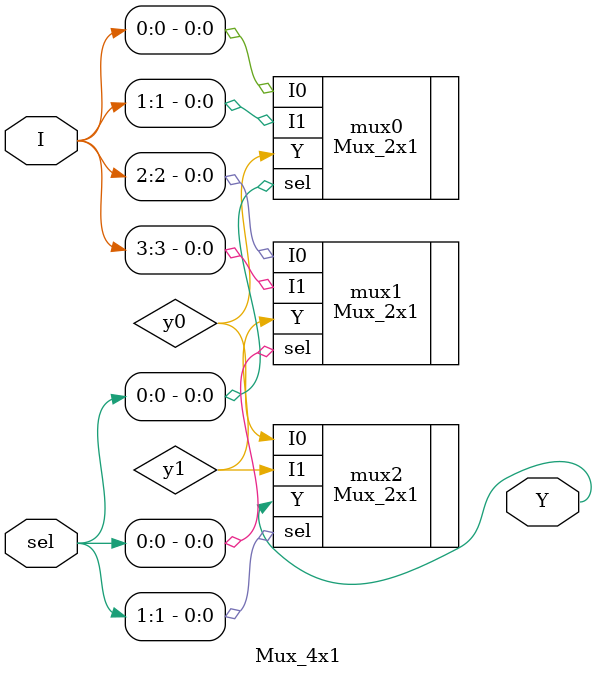
<source format=v>
`timescale 1ns / 1ps

module Mux_4x1(
    input wire [3:0] I , 
    input wire [1:0] sel , 
    output wire Y 
    );
    
    wire y0 , y1 ; 
    Mux_2x1 mux0 (
        .I0     (I[0]   ),
        .I1     (I[1]   ),
        .sel    (sel[0] ),
        .Y      (y0)
    );
    
    Mux_2x1 mux1 (
        .I0     (I[2]   ),
        .I1     (I[3]   ),
        .sel    (sel[0] ),
        .Y      (y1     )
    );
    
    Mux_2x1 mux2 (
        .I0     (y0     ),
        .I1     (y1     ),
        .sel    (sel[1] ),
        .Y      (Y      )
    );
    
endmodule

</source>
